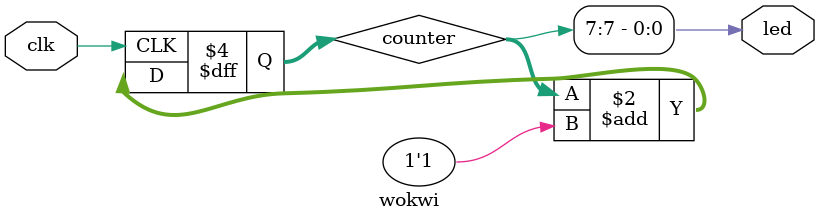
<source format=v>
module wokwi(input clk, output led);
  reg [11:0] counter = 12'h0;
    
  always @(posedge clk) begin
    counter <= counter + 1'b1;
  end
    
  assign led = counter[7];
    
endmodule

</source>
